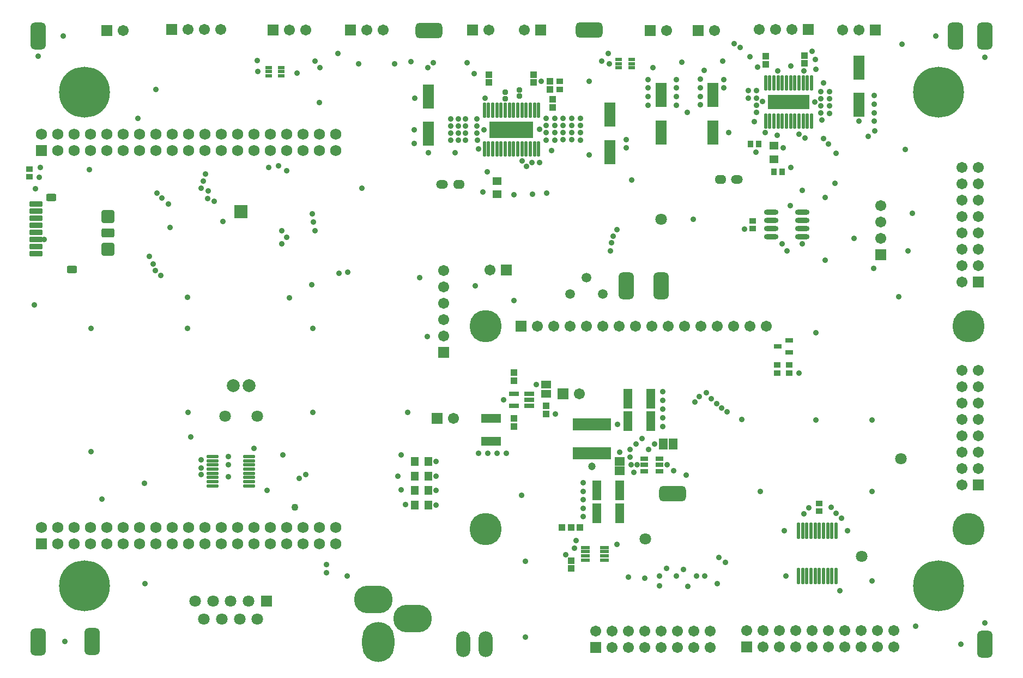
<source format=gts>
G04*
G04 #@! TF.GenerationSoftware,Altium Limited,Altium Designer,19.0.10 (269)*
G04*
G04 Layer_Color=8388736*
%FSLAX43Y43*%
%MOMM*%
G71*
G01*
G75*
G04:AMPARAMS|DCode=50|XSize=0.903mm|YSize=2.003mm|CornerRadius=0.189mm|HoleSize=0mm|Usage=FLASHONLY|Rotation=90.000|XOffset=0mm|YOffset=0mm|HoleType=Round|Shape=RoundedRectangle|*
%AMROUNDEDRECTD50*
21,1,0.903,1.625,0,0,90.0*
21,1,0.525,2.003,0,0,90.0*
1,1,0.378,0.813,0.263*
1,1,0.378,0.813,-0.263*
1,1,0.378,-0.813,-0.263*
1,1,0.378,-0.813,0.263*
%
%ADD50ROUNDEDRECTD50*%
G04:AMPARAMS|DCode=51|XSize=2.003mm|YSize=2.003mm|CornerRadius=0.327mm|HoleSize=0mm|Usage=FLASHONLY|Rotation=90.000|XOffset=0mm|YOffset=0mm|HoleType=Round|Shape=RoundedRectangle|*
%AMROUNDEDRECTD51*
21,1,2.003,1.350,0,0,90.0*
21,1,1.350,2.003,0,0,90.0*
1,1,0.653,0.675,0.675*
1,1,0.653,0.675,-0.675*
1,1,0.653,-0.675,-0.675*
1,1,0.653,-0.675,0.675*
%
%ADD51ROUNDEDRECTD51*%
G04:AMPARAMS|DCode=52|XSize=1.403mm|YSize=2.003mm|CornerRadius=0.252mm|HoleSize=0mm|Usage=FLASHONLY|Rotation=90.000|XOffset=0mm|YOffset=0mm|HoleType=Round|Shape=RoundedRectangle|*
%AMROUNDEDRECTD52*
21,1,1.403,1.500,0,0,90.0*
21,1,0.900,2.003,0,0,90.0*
1,1,0.503,0.750,0.450*
1,1,0.503,0.750,-0.450*
1,1,0.503,-0.750,-0.450*
1,1,0.503,-0.750,0.450*
%
%ADD52ROUNDEDRECTD52*%
G04:AMPARAMS|DCode=53|XSize=1.103mm|YSize=1.603mm|CornerRadius=0.214mm|HoleSize=0mm|Usage=FLASHONLY|Rotation=90.000|XOffset=0mm|YOffset=0mm|HoleType=Round|Shape=RoundedRectangle|*
%AMROUNDEDRECTD53*
21,1,1.103,1.175,0,0,90.0*
21,1,0.675,1.603,0,0,90.0*
1,1,0.428,0.588,0.338*
1,1,0.428,0.588,-0.338*
1,1,0.428,-0.588,-0.338*
1,1,0.428,-0.588,0.338*
%
%ADD53ROUNDEDRECTD53*%
G04:AMPARAMS|DCode=54|XSize=0.583mm|YSize=1.403mm|CornerRadius=0.143mm|HoleSize=0mm|Usage=FLASHONLY|Rotation=90.000|XOffset=0mm|YOffset=0mm|HoleType=Round|Shape=RoundedRectangle|*
%AMROUNDEDRECTD54*
21,1,0.583,1.116,0,0,90.0*
21,1,0.296,1.403,0,0,90.0*
1,1,0.287,0.558,0.148*
1,1,0.287,0.558,-0.148*
1,1,0.287,-0.558,-0.148*
1,1,0.287,-0.558,0.148*
%
%ADD54ROUNDEDRECTD54*%
G04:AMPARAMS|DCode=55|XSize=4.203mm|YSize=2.403mm|CornerRadius=0.652mm|HoleSize=0mm|Usage=FLASHONLY|Rotation=180.000|XOffset=0mm|YOffset=0mm|HoleType=Round|Shape=RoundedRectangle|*
%AMROUNDEDRECTD55*
21,1,4.203,1.100,0,0,180.0*
21,1,2.900,2.403,0,0,180.0*
1,1,1.303,-1.450,0.550*
1,1,1.303,1.450,0.550*
1,1,1.303,1.450,-0.550*
1,1,1.303,-1.450,-0.550*
%
%ADD55ROUNDEDRECTD55*%
%ADD56R,6.893X2.603*%
%ADD57O,0.553X2.403*%
%ADD58O,0.553X2.603*%
%ADD59R,6.403X2.203*%
%ADD60R,1.803X3.703*%
%ADD61R,1.403X1.653*%
%ADD62R,1.553X1.303*%
%ADD63R,3.103X1.353*%
%ADD64R,5.903X1.903*%
%ADD65R,1.303X1.403*%
%ADD66R,1.303X0.803*%
%ADD67R,1.053X0.953*%
%ADD68R,1.503X0.753*%
%ADD69O,1.903X0.553*%
%ADD70O,2.253X0.803*%
%ADD71R,1.003X0.503*%
%ADD72R,1.103X0.953*%
%ADD73R,1.053X0.903*%
%ADD74R,1.103X1.003*%
%ADD75R,1.353X3.103*%
%ADD76R,0.903X1.053*%
%ADD77R,1.003X1.103*%
%ADD78R,1.553X1.353*%
G04:AMPARAMS|DCode=79|XSize=4.203mm|YSize=2.403mm|CornerRadius=0.652mm|HoleSize=0mm|Usage=FLASHONLY|Rotation=90.000|XOffset=0mm|YOffset=0mm|HoleType=Round|Shape=RoundedRectangle|*
%AMROUNDEDRECTD79*
21,1,4.203,1.100,0,0,90.0*
21,1,2.900,2.403,0,0,90.0*
1,1,1.303,0.550,1.450*
1,1,1.303,0.550,-1.450*
1,1,1.303,-0.550,-1.450*
1,1,1.303,-0.550,1.450*
%
%ADD79ROUNDEDRECTD79*%
%ADD80R,1.403X1.303*%
G04:AMPARAMS|DCode=81|XSize=6.003mm|YSize=4.303mm|CornerRadius=2.152mm|HoleSize=0mm|Usage=FLASHONLY|Rotation=0.000|XOffset=0mm|YOffset=0mm|HoleType=Round|Shape=RoundedRectangle|*
%AMROUNDEDRECTD81*
21,1,6.003,0.000,0,0,0.0*
21,1,1.700,4.303,0,0,0.0*
1,1,4.303,0.850,0.000*
1,1,4.303,-0.850,0.000*
1,1,4.303,-0.850,0.000*
1,1,4.303,0.850,0.000*
%
%ADD81ROUNDEDRECTD81*%
G04:AMPARAMS|DCode=82|XSize=5.003mm|YSize=6.203mm|CornerRadius=2.502mm|HoleSize=0mm|Usage=FLASHONLY|Rotation=0.000|XOffset=0mm|YOffset=0mm|HoleType=Round|Shape=RoundedRectangle|*
%AMROUNDEDRECTD82*
21,1,5.003,1.200,0,0,0.0*
21,1,0.000,6.203,0,0,0.0*
1,1,5.003,0.000,-0.600*
1,1,5.003,0.000,-0.600*
1,1,5.003,0.000,0.600*
1,1,5.003,0.000,0.600*
%
%ADD82ROUNDEDRECTD82*%
G04:AMPARAMS|DCode=83|XSize=4.303mm|YSize=6.003mm|CornerRadius=2.152mm|HoleSize=0mm|Usage=FLASHONLY|Rotation=270.000|XOffset=0mm|YOffset=0mm|HoleType=Round|Shape=RoundedRectangle|*
%AMROUNDEDRECTD83*
21,1,4.303,1.700,0,0,270.0*
21,1,0.000,6.003,0,0,270.0*
1,1,4.303,-0.850,0.000*
1,1,4.303,-0.850,0.000*
1,1,4.303,0.850,0.000*
1,1,4.303,0.850,0.000*
%
%ADD83ROUNDEDRECTD83*%
%ADD84C,1.803*%
%ADD85C,1.703*%
%ADD86R,1.703X1.703*%
%ADD87R,1.703X1.703*%
%ADD88C,5.003*%
%ADD89R,2.003X2.003*%
%ADD90C,2.003*%
%ADD91R,1.803X1.803*%
%ADD92O,2.203X4.003*%
%ADD93C,1.503*%
%ADD94O,1.803X1.403*%
G04:AMPARAMS|DCode=95|XSize=1.803mm|YSize=1.403mm|CornerRadius=0.702mm|HoleSize=0mm|Usage=FLASHONLY|Rotation=0.000|XOffset=0mm|YOffset=0mm|HoleType=Round|Shape=RoundedRectangle|*
%AMROUNDEDRECTD95*
21,1,1.803,0.000,0,0,0.0*
21,1,0.400,1.403,0,0,0.0*
1,1,1.403,0.200,0.000*
1,1,1.403,-0.200,0.000*
1,1,1.403,-0.200,0.000*
1,1,1.403,0.200,0.000*
%
%ADD95ROUNDEDRECTD95*%
%ADD96C,1.753*%
%ADD97R,1.753X1.753*%
%ADD98C,7.903*%
%ADD99C,0.903*%
%ADD100C,0.953*%
%ADD101C,1.103*%
%ADD102C,1.203*%
D50*
X52600Y115390D02*
D03*
Y121990D02*
D03*
Y120890D02*
D03*
Y119790D02*
D03*
Y118690D02*
D03*
Y117590D02*
D03*
Y116490D02*
D03*
Y114290D02*
D03*
D51*
X63800Y119980D02*
D03*
Y114980D02*
D03*
D52*
Y117480D02*
D03*
D53*
X58250Y111809D02*
D03*
X55000Y122980D02*
D03*
D54*
X140950Y68650D02*
D03*
Y68000D02*
D03*
Y67350D02*
D03*
Y66700D02*
D03*
X138000D02*
D03*
Y67350D02*
D03*
Y68000D02*
D03*
Y68650D02*
D03*
D55*
X138600Y149000D02*
D03*
X151500Y77000D02*
D03*
X113700Y148900D02*
D03*
D56*
X126500Y133500D02*
D03*
D57*
X122275Y130500D02*
D03*
X122925D02*
D03*
X123575D02*
D03*
X124225D02*
D03*
X124875D02*
D03*
X125525D02*
D03*
X126175D02*
D03*
X126825D02*
D03*
X127475D02*
D03*
X128125D02*
D03*
X128775D02*
D03*
X129425D02*
D03*
X130075D02*
D03*
X130725D02*
D03*
X122275Y136500D02*
D03*
X122925D02*
D03*
X123575D02*
D03*
X124225D02*
D03*
X124875D02*
D03*
X125525D02*
D03*
X126175D02*
D03*
X126825D02*
D03*
X127475D02*
D03*
X128125D02*
D03*
X128775D02*
D03*
X129425D02*
D03*
X130075D02*
D03*
X130725D02*
D03*
X173125Y140800D02*
D03*
X172475D02*
D03*
X171825D02*
D03*
X171175D02*
D03*
X170525D02*
D03*
X169875D02*
D03*
X169225D02*
D03*
X168575D02*
D03*
X167925D02*
D03*
X167275D02*
D03*
X166625D02*
D03*
X165975D02*
D03*
Y134800D02*
D03*
X166625D02*
D03*
X173125D02*
D03*
X172475D02*
D03*
X171825D02*
D03*
X171175D02*
D03*
X170525D02*
D03*
X169875D02*
D03*
X169225D02*
D03*
X168575D02*
D03*
X167925D02*
D03*
X167275D02*
D03*
D58*
X176925Y71250D02*
D03*
X176275D02*
D03*
X175625D02*
D03*
X174975D02*
D03*
X174325D02*
D03*
X173675D02*
D03*
X173025D02*
D03*
X172375D02*
D03*
X171725D02*
D03*
X171075D02*
D03*
X176925Y64250D02*
D03*
X176275D02*
D03*
X175625D02*
D03*
X174975D02*
D03*
X174325D02*
D03*
X173675D02*
D03*
X173025D02*
D03*
X172375D02*
D03*
X171725D02*
D03*
X171075D02*
D03*
D59*
X169550Y137800D02*
D03*
D60*
X180500Y137350D02*
D03*
Y143150D02*
D03*
X149750Y138900D02*
D03*
Y133100D02*
D03*
X157750Y138900D02*
D03*
Y133100D02*
D03*
X141750Y130050D02*
D03*
Y135850D02*
D03*
X113550Y132850D02*
D03*
Y138650D02*
D03*
D61*
X151610Y84750D02*
D03*
X150110D02*
D03*
D62*
X131850Y93980D02*
D03*
Y92516D02*
D03*
D63*
X123325Y85112D02*
D03*
Y88662D02*
D03*
D64*
X139000Y83250D02*
D03*
Y87750D02*
D03*
D65*
X111450Y82000D02*
D03*
X113550D02*
D03*
Y77500D02*
D03*
X111450D02*
D03*
X113550Y79750D02*
D03*
X111450D02*
D03*
X113550Y75250D02*
D03*
X111450D02*
D03*
D66*
X167850Y99850D02*
D03*
X169650Y100800D02*
D03*
Y98900D02*
D03*
X147120Y82418D02*
D03*
Y81467D02*
D03*
Y80518D02*
D03*
X149520D02*
D03*
Y81467D02*
D03*
Y82418D02*
D03*
D67*
X167800Y95700D02*
D03*
Y96950D02*
D03*
X169650D02*
D03*
Y95700D02*
D03*
D68*
X129250Y90616D02*
D03*
Y91566D02*
D03*
Y92516D02*
D03*
X126850D02*
D03*
Y90616D02*
D03*
D69*
X80035Y82768D02*
D03*
Y82118D02*
D03*
Y81467D02*
D03*
Y80817D02*
D03*
Y80168D02*
D03*
Y79518D02*
D03*
Y78868D02*
D03*
X85735Y82768D02*
D03*
Y82118D02*
D03*
Y81467D02*
D03*
Y80817D02*
D03*
Y80168D02*
D03*
Y79518D02*
D03*
Y78868D02*
D03*
X80035Y78232D02*
D03*
X85750D02*
D03*
D70*
X166825Y120655D02*
D03*
Y119385D02*
D03*
Y118115D02*
D03*
Y116845D02*
D03*
X171675Y120655D02*
D03*
Y119385D02*
D03*
Y118115D02*
D03*
Y116845D02*
D03*
D71*
X143140Y143100D02*
D03*
Y143750D02*
D03*
Y144400D02*
D03*
X145140D02*
D03*
Y143750D02*
D03*
Y143100D02*
D03*
X90750Y141850D02*
D03*
Y142500D02*
D03*
Y143150D02*
D03*
X88750D02*
D03*
Y142500D02*
D03*
Y141850D02*
D03*
D72*
X51600Y127425D02*
D03*
Y126175D02*
D03*
X164000Y119375D02*
D03*
Y118125D02*
D03*
X174325Y74265D02*
D03*
Y75515D02*
D03*
D73*
X134000Y139750D02*
D03*
Y141000D02*
D03*
D74*
X172000Y145025D02*
D03*
Y143775D02*
D03*
X165975Y143625D02*
D03*
Y144875D02*
D03*
X135750Y65375D02*
D03*
Y66625D02*
D03*
X132500Y139750D02*
D03*
Y141000D02*
D03*
X129900Y140822D02*
D03*
Y142072D02*
D03*
X123000Y140822D02*
D03*
Y142072D02*
D03*
X126850Y94516D02*
D03*
Y95766D02*
D03*
Y88662D02*
D03*
Y87412D02*
D03*
X131850Y90616D02*
D03*
Y89366D02*
D03*
X132900Y136975D02*
D03*
Y138225D02*
D03*
D75*
X144545Y91750D02*
D03*
X148095D02*
D03*
X144545Y88250D02*
D03*
X148095D02*
D03*
X143345Y77500D02*
D03*
X139795D02*
D03*
X143345Y74000D02*
D03*
X139795D02*
D03*
D76*
X164875Y131250D02*
D03*
X163625D02*
D03*
X167275Y127000D02*
D03*
X168525D02*
D03*
D77*
X134350Y71790D02*
D03*
X137150D02*
D03*
X135750D02*
D03*
D78*
X143345Y82025D02*
D03*
Y80575D02*
D03*
D79*
X195450Y148050D02*
D03*
X61350Y54050D02*
D03*
X149750Y109250D02*
D03*
X53000Y148050D02*
D03*
X200000D02*
D03*
Y53670D02*
D03*
X53000Y54020D02*
D03*
X144328Y109250D02*
D03*
D80*
X167250Y128950D02*
D03*
Y131050D02*
D03*
X124250Y123450D02*
D03*
Y125550D02*
D03*
D81*
X105000Y60600D02*
D03*
D82*
X105800Y54000D02*
D03*
D83*
X111100Y57600D02*
D03*
D84*
X87000Y89000D02*
D03*
X82000D02*
D03*
X77345Y60340D02*
D03*
X80115D02*
D03*
X82885D02*
D03*
X85655D02*
D03*
X78730Y57500D02*
D03*
X81500D02*
D03*
X84270D02*
D03*
X87040D02*
D03*
X187000Y82400D02*
D03*
X180905Y67250D02*
D03*
X149750Y119620D02*
D03*
X147250Y70000D02*
D03*
D85*
X117500Y88662D02*
D03*
X137040Y92500D02*
D03*
X116000Y101500D02*
D03*
Y104040D02*
D03*
Y106580D02*
D03*
Y109120D02*
D03*
Y111660D02*
D03*
X123150Y111700D02*
D03*
X66150Y148900D02*
D03*
X166100Y103000D02*
D03*
X163560D02*
D03*
X161020D02*
D03*
X158480D02*
D03*
X155940D02*
D03*
X153400D02*
D03*
X150860D02*
D03*
X148320D02*
D03*
X145780D02*
D03*
X143240D02*
D03*
X140700D02*
D03*
X138160D02*
D03*
X135620D02*
D03*
X133080D02*
D03*
X130540D02*
D03*
X163050Y55790D02*
D03*
X165590Y53250D02*
D03*
Y55790D02*
D03*
X168130Y53250D02*
D03*
Y55790D02*
D03*
X170670Y53250D02*
D03*
Y55790D02*
D03*
X173210Y53250D02*
D03*
Y55790D02*
D03*
X175750Y53250D02*
D03*
Y55790D02*
D03*
X178290Y53250D02*
D03*
Y55790D02*
D03*
X180830Y53250D02*
D03*
Y55790D02*
D03*
X185910D02*
D03*
Y53250D02*
D03*
X183370Y55790D02*
D03*
Y53250D02*
D03*
X170070Y149050D02*
D03*
X167530D02*
D03*
X164990D02*
D03*
X177960Y149000D02*
D03*
X180500D02*
D03*
X196460Y127620D02*
D03*
X199000D02*
D03*
X196460Y125080D02*
D03*
X199000D02*
D03*
X196460Y122540D02*
D03*
X199000D02*
D03*
X196460Y120000D02*
D03*
X199000D02*
D03*
X196460Y117460D02*
D03*
X199000D02*
D03*
X196460Y114920D02*
D03*
X199000D02*
D03*
X196460Y112380D02*
D03*
X199000D02*
D03*
X196460Y109840D02*
D03*
Y78340D02*
D03*
X199000Y80880D02*
D03*
X196460D02*
D03*
X199000Y83420D02*
D03*
X196460D02*
D03*
X199000Y85960D02*
D03*
X196460D02*
D03*
X199000Y88500D02*
D03*
X196460D02*
D03*
X199000Y91040D02*
D03*
X196460D02*
D03*
X199000Y93580D02*
D03*
X196460D02*
D03*
X199000Y96120D02*
D03*
X196460D02*
D03*
X139590Y55660D02*
D03*
X142130Y53120D02*
D03*
Y55660D02*
D03*
X144670Y53120D02*
D03*
Y55660D02*
D03*
X147210Y53120D02*
D03*
Y55660D02*
D03*
X149750Y53120D02*
D03*
Y55660D02*
D03*
X152290Y53120D02*
D03*
Y55660D02*
D03*
X154830Y53120D02*
D03*
Y55660D02*
D03*
X157370Y53120D02*
D03*
Y55660D02*
D03*
X158070Y148900D02*
D03*
X150610D02*
D03*
X92021Y149000D02*
D03*
X94561D02*
D03*
X104000D02*
D03*
X106540D02*
D03*
X183900Y121750D02*
D03*
Y119210D02*
D03*
Y116670D02*
D03*
X81330Y149050D02*
D03*
X78790D02*
D03*
X76250D02*
D03*
X123000Y149000D02*
D03*
X128460D02*
D03*
D86*
X114960Y88662D02*
D03*
X134500Y92500D02*
D03*
X125690Y111700D02*
D03*
X63610Y148900D02*
D03*
X128000Y103000D02*
D03*
X163050Y53250D02*
D03*
X172610Y149050D02*
D03*
X183040Y149000D02*
D03*
X139590Y53120D02*
D03*
X155530Y148900D02*
D03*
X148070D02*
D03*
X89481Y149000D02*
D03*
X101460D02*
D03*
X73710Y149050D02*
D03*
X120460Y149000D02*
D03*
X131000D02*
D03*
D87*
X116000Y98960D02*
D03*
X199000Y109840D02*
D03*
Y78340D02*
D03*
X183900Y114130D02*
D03*
D88*
X197500Y103000D02*
D03*
Y71500D02*
D03*
X122500D02*
D03*
Y103000D02*
D03*
D89*
X84500Y120750D02*
D03*
D90*
X85750Y93750D02*
D03*
X83250D02*
D03*
D91*
X88425Y60340D02*
D03*
D92*
X119000Y53670D02*
D03*
X122500D02*
D03*
D93*
X138160Y110520D02*
D03*
X140700Y107980D02*
D03*
X135620D02*
D03*
D94*
X158950Y125750D02*
D03*
X118300Y125000D02*
D03*
D95*
X161550Y125750D02*
D03*
X115700Y125000D02*
D03*
D96*
X76310Y71790D02*
D03*
X73770D02*
D03*
X76310Y69250D02*
D03*
X73770D02*
D03*
X71230Y71790D02*
D03*
Y69250D02*
D03*
X55990D02*
D03*
X58530D02*
D03*
X61070D02*
D03*
X63610D02*
D03*
X66150D02*
D03*
X68690D02*
D03*
X53450Y71790D02*
D03*
X55990D02*
D03*
X58530D02*
D03*
X61070D02*
D03*
X63610D02*
D03*
X66150D02*
D03*
X68690D02*
D03*
X91550D02*
D03*
X89010D02*
D03*
X86470D02*
D03*
X83930D02*
D03*
X81390D02*
D03*
X78850D02*
D03*
X91550Y69250D02*
D03*
X89010D02*
D03*
X86470D02*
D03*
X83930D02*
D03*
X81390D02*
D03*
X78850D02*
D03*
X94090D02*
D03*
Y71790D02*
D03*
X96630Y69250D02*
D03*
X99170D02*
D03*
X96630Y71790D02*
D03*
X99170D02*
D03*
X99170Y132790D02*
D03*
X96630D02*
D03*
X99170Y130250D02*
D03*
X96630D02*
D03*
X94090Y132790D02*
D03*
Y130250D02*
D03*
X78850D02*
D03*
X81390D02*
D03*
X83930D02*
D03*
X86470D02*
D03*
X89010D02*
D03*
X91550D02*
D03*
X78850Y132790D02*
D03*
X81390D02*
D03*
X83930D02*
D03*
X86470D02*
D03*
X89010D02*
D03*
X91550D02*
D03*
X68690D02*
D03*
X66150D02*
D03*
X63610D02*
D03*
X61070D02*
D03*
X58530D02*
D03*
X55990D02*
D03*
X53450D02*
D03*
X68690Y130250D02*
D03*
X66150D02*
D03*
X63610D02*
D03*
X61070D02*
D03*
X58530D02*
D03*
X55990D02*
D03*
X71230D02*
D03*
Y132790D02*
D03*
X73770Y130250D02*
D03*
X76310D02*
D03*
X73770Y132790D02*
D03*
X76310D02*
D03*
D97*
X53450Y69250D02*
D03*
X53450Y130250D02*
D03*
D98*
X192840Y139300D02*
D03*
Y62700D02*
D03*
X60160D02*
D03*
Y139300D02*
D03*
D99*
X101000Y64200D02*
D03*
X138599Y141000D02*
D03*
X87100Y142500D02*
D03*
X171950Y142650D02*
D03*
X169900Y143400D02*
D03*
X120700Y142200D02*
D03*
X119600Y143901D02*
D03*
X153200Y65200D02*
D03*
X153900Y62600D02*
D03*
X128126Y128652D02*
D03*
X167800Y132600D02*
D03*
X165900Y133017D02*
D03*
X171200Y132800D02*
D03*
X172100Y132200D02*
D03*
X167850Y142650D02*
D03*
X91600Y116800D02*
D03*
X95500Y109400D02*
D03*
X73200Y121990D02*
D03*
X173750Y142875D02*
D03*
X173675Y144400D02*
D03*
X173171Y145650D02*
D03*
X53900Y116450D02*
D03*
X70200Y113800D02*
D03*
X159500Y141300D02*
D03*
Y139967D02*
D03*
X147700D02*
D03*
Y141300D02*
D03*
Y138633D02*
D03*
Y137300D02*
D03*
X152150Y139967D02*
D03*
Y141300D02*
D03*
Y138633D02*
D03*
Y137300D02*
D03*
X155850Y140017D02*
D03*
Y141350D02*
D03*
Y138683D02*
D03*
Y137350D02*
D03*
X182850Y134800D02*
D03*
Y136133D02*
D03*
X147800Y83850D02*
D03*
X143345Y83450D02*
D03*
X146750Y85600D02*
D03*
X145850Y84750D02*
D03*
X137600Y73450D02*
D03*
X121400Y83250D02*
D03*
X117700Y129900D02*
D03*
X111400Y133500D02*
D03*
Y131400D02*
D03*
X113550Y129900D02*
D03*
X196350Y53670D02*
D03*
X200000Y56950D02*
D03*
X62850Y76200D02*
D03*
X163560Y144850D02*
D03*
X187200Y146750D02*
D03*
X188800Y120550D02*
D03*
X188100Y114700D02*
D03*
X168900Y71250D02*
D03*
X189250Y56450D02*
D03*
X142900Y69100D02*
D03*
X144700Y64050D02*
D03*
X153650Y79850D02*
D03*
X144950Y83850D02*
D03*
Y82700D02*
D03*
X130350Y93916D02*
D03*
X133350Y89350D02*
D03*
X125300Y91566D02*
D03*
X126900Y107000D02*
D03*
X120850Y109250D02*
D03*
X112250Y110520D02*
D03*
X93200Y142250D02*
D03*
X87040Y144250D02*
D03*
X99550Y145300D02*
D03*
X110900Y144050D02*
D03*
X182727Y112000D02*
D03*
X176750Y125150D02*
D03*
X179750Y116600D02*
D03*
X128050Y76750D02*
D03*
X128650Y54750D02*
D03*
Y66500D02*
D03*
X124267Y83250D02*
D03*
X122833D02*
D03*
X125700D02*
D03*
X150000Y87412D02*
D03*
Y88759D02*
D03*
Y90106D02*
D03*
Y91453D02*
D03*
Y92800D02*
D03*
X137600Y74762D02*
D03*
Y76075D02*
D03*
Y77387D02*
D03*
Y78700D02*
D03*
X182500Y63450D02*
D03*
X162250Y88500D02*
D03*
X165150Y77350D02*
D03*
X182500D02*
D03*
Y88400D02*
D03*
X173750D02*
D03*
Y102000D02*
D03*
X186700Y107550D02*
D03*
X154700Y119620D02*
D03*
X144300Y131950D02*
D03*
X187650Y130450D02*
D03*
X144300Y130650D02*
D03*
X182850Y138800D02*
D03*
Y137467D02*
D03*
X180500Y134800D02*
D03*
X200000Y144750D02*
D03*
X71230Y139750D02*
D03*
X96630Y137700D02*
D03*
X103300Y124400D02*
D03*
X110400Y89600D02*
D03*
X57100Y54050D02*
D03*
X73450Y118300D02*
D03*
X95600Y102650D02*
D03*
Y89600D02*
D03*
X76200Y107450D02*
D03*
X76250Y89600D02*
D03*
X76200Y102650D02*
D03*
X61150D02*
D03*
Y83500D02*
D03*
X52350Y106300D02*
D03*
X52550Y124300D02*
D03*
X56850Y148050D02*
D03*
X53000Y144875D02*
D03*
X78950Y126650D02*
D03*
X72000Y110900D02*
D03*
X132719Y130300D02*
D03*
X129750Y123450D02*
D03*
X163300Y139550D02*
D03*
Y138433D02*
D03*
X175936Y139400D02*
D03*
Y138283D02*
D03*
Y137167D02*
D03*
Y136050D02*
D03*
X117100Y135200D02*
D03*
Y134083D02*
D03*
Y132967D02*
D03*
Y131850D02*
D03*
X137227Y131900D02*
D03*
Y133017D02*
D03*
Y134133D02*
D03*
Y135250D02*
D03*
X135883Y131917D02*
D03*
Y133033D02*
D03*
Y134150D02*
D03*
Y135267D02*
D03*
X118225Y131850D02*
D03*
Y132967D02*
D03*
Y134083D02*
D03*
Y135200D02*
D03*
X119350Y131850D02*
D03*
Y132967D02*
D03*
Y134083D02*
D03*
Y135200D02*
D03*
X134538Y135267D02*
D03*
Y134150D02*
D03*
Y133033D02*
D03*
Y131917D02*
D03*
X133194Y135250D02*
D03*
Y134133D02*
D03*
Y133017D02*
D03*
Y131900D02*
D03*
X131850D02*
D03*
Y133017D02*
D03*
Y134133D02*
D03*
Y135250D02*
D03*
X130900Y133600D02*
D03*
X121150Y135200D02*
D03*
Y134083D02*
D03*
Y132967D02*
D03*
X121200Y131850D02*
D03*
X122250Y133500D02*
D03*
X174550Y136100D02*
D03*
Y137217D02*
D03*
Y138333D02*
D03*
Y139450D02*
D03*
X173600Y137800D02*
D03*
X165500Y137850D02*
D03*
X164550Y136200D02*
D03*
Y137317D02*
D03*
Y138433D02*
D03*
Y139550D02*
D03*
X123750Y132950D02*
D03*
Y134050D02*
D03*
X124850Y132950D02*
D03*
Y134050D02*
D03*
X125950Y132950D02*
D03*
Y134050D02*
D03*
X127050Y132950D02*
D03*
Y134050D02*
D03*
X128150D02*
D03*
X129250D02*
D03*
X128150Y132950D02*
D03*
X129250D02*
D03*
X176900Y129800D02*
D03*
X192400Y148050D02*
D03*
X159150Y90300D02*
D03*
X158350Y91000D02*
D03*
X157550Y91700D02*
D03*
X156770Y92700D02*
D03*
X155000Y91250D02*
D03*
X155700Y92100D02*
D03*
X161100Y146900D02*
D03*
X141500Y145300D02*
D03*
X162000Y146250D02*
D03*
X140500Y144129D02*
D03*
X175750Y131250D02*
D03*
X90300Y127900D02*
D03*
X175000Y132100D02*
D03*
X181900Y132427D02*
D03*
X182950Y133350D02*
D03*
X142850Y117950D02*
D03*
X142300Y117000D02*
D03*
X142050Y115950D02*
D03*
X168700Y130700D02*
D03*
X174750Y135000D02*
D03*
X164250Y134750D02*
D03*
X174975Y140773D02*
D03*
X145100Y81500D02*
D03*
X53100Y126100D02*
D03*
X53300Y127651D02*
D03*
X96000Y117800D02*
D03*
X90800Y115800D02*
D03*
X95750Y119150D02*
D03*
X95550Y120450D02*
D03*
X90800Y117800D02*
D03*
X71400Y123700D02*
D03*
X72200Y122900D02*
D03*
X81650Y119240D02*
D03*
X92000Y107400D02*
D03*
X113400Y101400D02*
D03*
X177750Y73225D02*
D03*
X70833Y112669D02*
D03*
X176925Y74000D02*
D03*
X71181Y111669D02*
D03*
X178700Y71250D02*
D03*
X176169Y74890D02*
D03*
X172700Y74800D02*
D03*
X171900Y73900D02*
D03*
X88750Y127620D02*
D03*
X159700Y66300D02*
D03*
X158700Y67100D02*
D03*
X60950Y127300D02*
D03*
X126900Y123400D02*
D03*
X132000Y123650D02*
D03*
X108875Y79750D02*
D03*
X94500Y80000D02*
D03*
X101054Y111354D02*
D03*
X109395Y77605D02*
D03*
X93500Y79400D02*
D03*
X99700Y111250D02*
D03*
X141900Y114700D02*
D03*
X113500Y143100D02*
D03*
X68500Y135250D02*
D03*
X114350Y143900D02*
D03*
X138600Y129600D02*
D03*
X128856Y127800D02*
D03*
X130900Y128400D02*
D03*
X145200Y125725D02*
D03*
X172300Y138350D02*
D03*
Y137250D02*
D03*
X171200Y138350D02*
D03*
Y137250D02*
D03*
X170100Y138350D02*
D03*
Y137250D02*
D03*
X169000Y138350D02*
D03*
Y137250D02*
D03*
X167900Y138350D02*
D03*
Y137250D02*
D03*
X166800Y138350D02*
D03*
Y137250D02*
D03*
X145500Y80300D02*
D03*
X146000Y81500D02*
D03*
X79400Y124000D02*
D03*
X79300Y122800D02*
D03*
X78600Y125550D02*
D03*
X129700Y128400D02*
D03*
X141684Y143750D02*
D03*
X169800Y121700D02*
D03*
X169300Y114700D02*
D03*
X160000Y89700D02*
D03*
X150550Y65400D02*
D03*
X122100Y123790D02*
D03*
X122750Y127000D02*
D03*
X162700Y118100D02*
D03*
X171150Y95700D02*
D03*
X171700Y124100D02*
D03*
Y115800D02*
D03*
X153800Y136200D02*
D03*
X69600Y63050D02*
D03*
X147210Y63900D02*
D03*
X169100Y64200D02*
D03*
X76700Y85800D02*
D03*
X69500Y78600D02*
D03*
X110020Y75300D02*
D03*
X114750Y75250D02*
D03*
X134900Y67500D02*
D03*
X91550Y127100D02*
D03*
X80300Y122400D02*
D03*
X78300Y124400D02*
D03*
X121400Y130500D02*
D03*
X122400Y138400D02*
D03*
X131100Y141000D02*
D03*
X168525Y115750D02*
D03*
X164500Y130050D02*
D03*
X149500Y64200D02*
D03*
Y62700D02*
D03*
X91000Y83043D02*
D03*
X97750Y65975D02*
D03*
Y64750D02*
D03*
X111450Y138425D02*
D03*
X88500Y77500D02*
D03*
X108375Y143750D02*
D03*
X96750Y143150D02*
D03*
X96000Y144129D02*
D03*
X102750Y143750D02*
D03*
X109340Y83043D02*
D03*
X159320Y144129D02*
D03*
X156400Y142750D02*
D03*
X153000Y144000D02*
D03*
X148500Y143100D02*
D03*
X169875Y127620D02*
D03*
X160250Y133100D02*
D03*
X164750Y143250D02*
D03*
X175250Y113250D02*
D03*
Y123000D02*
D03*
X156500Y64250D02*
D03*
X155250D02*
D03*
X152120D02*
D03*
X82500Y79592D02*
D03*
Y82768D02*
D03*
Y81467D02*
D03*
X78250Y80000D02*
D03*
Y81000D02*
D03*
Y82250D02*
D03*
X86470Y84000D02*
D03*
X177500Y61950D02*
D03*
X158500Y63000D02*
D03*
X114750Y82000D02*
D03*
Y77500D02*
D03*
Y79750D02*
D03*
X151702Y80525D02*
D03*
X143000Y87750D02*
D03*
X150695Y81467D02*
D03*
X148750Y84750D02*
D03*
X136250Y68500D02*
D03*
X136500Y69750D02*
D03*
D100*
X127700Y138700D02*
D03*
Y139700D02*
D03*
X125500Y139300D02*
D03*
Y138300D02*
D03*
D101*
X92850Y74890D02*
D03*
D102*
X139000Y81200D02*
D03*
M02*

</source>
